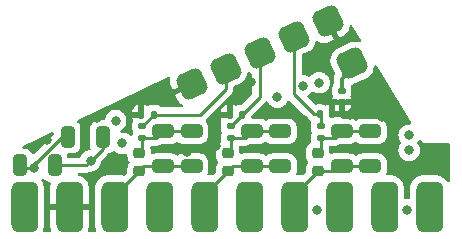
<source format=gbr>
%TF.GenerationSoftware,KiCad,Pcbnew,6.0.11-2627ca5db0~126~ubuntu20.04.1*%
%TF.CreationDate,2023-08-10T10:55:20+02:00*%
%TF.ProjectId,ScartPCB,53636172-7450-4434-922e-6b696361645f,2.0*%
%TF.SameCoordinates,PX76bb820PY7641700*%
%TF.FileFunction,Copper,L1,Top*%
%TF.FilePolarity,Positive*%
%FSLAX46Y46*%
G04 Gerber Fmt 4.6, Leading zero omitted, Abs format (unit mm)*
G04 Created by KiCad (PCBNEW 6.0.11-2627ca5db0~126~ubuntu20.04.1) date 2023-08-10 10:55:20*
%MOMM*%
%LPD*%
G01*
G04 APERTURE LIST*
G04 Aperture macros list*
%AMRoundRect*
0 Rectangle with rounded corners*
0 $1 Rounding radius*
0 $2 $3 $4 $5 $6 $7 $8 $9 X,Y pos of 4 corners*
0 Add a 4 corners polygon primitive as box body*
4,1,4,$2,$3,$4,$5,$6,$7,$8,$9,$2,$3,0*
0 Add four circle primitives for the rounded corners*
1,1,$1+$1,$2,$3*
1,1,$1+$1,$4,$5*
1,1,$1+$1,$6,$7*
1,1,$1+$1,$8,$9*
0 Add four rect primitives between the rounded corners*
20,1,$1+$1,$2,$3,$4,$5,0*
20,1,$1+$1,$4,$5,$6,$7,0*
20,1,$1+$1,$6,$7,$8,$9,0*
20,1,$1+$1,$8,$9,$2,$3,0*%
G04 Aperture macros list end*
%TA.AperFunction,SMDPad,CuDef*%
%ADD10RoundRect,0.250000X-0.650000X0.325000X-0.650000X-0.325000X0.650000X-0.325000X0.650000X0.325000X0*%
%TD*%
%TA.AperFunction,SMDPad,CuDef*%
%ADD11RoundRect,0.135000X-0.185000X0.135000X-0.185000X-0.135000X0.185000X-0.135000X0.185000X0.135000X0*%
%TD*%
%TA.AperFunction,SMDPad,CuDef*%
%ADD12RoundRect,0.225000X-0.250000X0.225000X-0.250000X-0.225000X0.250000X-0.225000X0.250000X0.225000X0*%
%TD*%
%TA.AperFunction,SMDPad,CuDef*%
%ADD13RoundRect,0.135000X0.135000X0.185000X-0.135000X0.185000X-0.135000X-0.185000X0.135000X-0.185000X0*%
%TD*%
%TA.AperFunction,SMDPad,CuDef*%
%ADD14RoundRect,0.135000X-0.135000X-0.185000X0.135000X-0.185000X0.135000X0.185000X-0.135000X0.185000X0*%
%TD*%
%TA.AperFunction,SMDPad,CuDef*%
%ADD15RoundRect,0.250000X-0.325000X-0.650000X0.325000X-0.650000X0.325000X0.650000X-0.325000X0.650000X0*%
%TD*%
%TA.AperFunction,SMDPad,CuDef*%
%ADD16RoundRect,0.571500X-0.276429X-0.759481X0.759481X-0.276429X0.276429X0.759481X-0.759481X0.276429X0*%
%TD*%
%TA.AperFunction,SMDPad,CuDef*%
%ADD17RoundRect,0.140000X-0.170000X0.140000X-0.170000X-0.140000X0.170000X-0.140000X0.170000X0.140000X0*%
%TD*%
%TA.AperFunction,SMDPad,CuDef*%
%ADD18RoundRect,0.571500X-0.571500X-1.562000X0.571500X-1.562000X0.571500X1.562000X-0.571500X1.562000X0*%
%TD*%
%TA.AperFunction,ViaPad*%
%ADD19C,0.800000*%
%TD*%
%TA.AperFunction,Conductor*%
%ADD20C,0.250000*%
%TD*%
%TA.AperFunction,Conductor*%
%ADD21C,0.350000*%
%TD*%
G04 APERTURE END LIST*
D10*
%TO.P,CB2,1*%
%TO.N,Net-(CB1-Pad1)*%
X32210000Y9016000D03*
%TO.P,CB2,2*%
%TO.N,BLUE*%
X32210000Y6066000D03*
%TD*%
D11*
%TO.P,RR1,1*%
%TO.N,R*%
X12906000Y9448000D03*
%TO.P,RR1,2*%
%TO.N,Net-(CR1-Pad1)*%
X12906000Y8428000D03*
%TD*%
D12*
%TO.P,CR3,1*%
%TO.N,Net-(CR1-Pad1)*%
X12652000Y7173000D03*
%TO.P,CR3,2*%
%TO.N,RED*%
X12652000Y5623000D03*
%TD*%
D13*
%TO.P,RG2,1*%
%TO.N,G*%
X21374200Y10436600D03*
%TO.P,RG2,2*%
%TO.N,GND*%
X20354200Y10436600D03*
%TD*%
D14*
%TO.P,RB2,1*%
%TO.N,B*%
X27948800Y10462000D03*
%TO.P,RB2,2*%
%TO.N,GND*%
X28968800Y10462000D03*
%TD*%
D10*
%TO.P,CG2,1*%
%TO.N,Net-(CG1-Pad1)*%
X22177000Y9016000D03*
%TO.P,CG2,2*%
%TO.N,GREEN*%
X22177000Y6066000D03*
%TD*%
%TO.P,CR1,1*%
%TO.N,Net-(CR1-Pad1)*%
X17097000Y9016000D03*
%TO.P,CR1,2*%
%TO.N,RED*%
X17097000Y6066000D03*
%TD*%
D13*
%TO.P,RR2,1*%
%TO.N,R*%
X13881200Y10436600D03*
%TO.P,RR2,2*%
%TO.N,GND*%
X12861200Y10436600D03*
%TD*%
D11*
%TO.P,RB1,1*%
%TO.N,B*%
X28019000Y9448000D03*
%TO.P,RB1,2*%
%TO.N,Net-(CB1-Pad1)*%
X28019000Y8428000D03*
%TD*%
D10*
%TO.P,CR2,1*%
%TO.N,Net-(CR1-Pad1)*%
X14684000Y9016000D03*
%TO.P,CR2,2*%
%TO.N,RED*%
X14684000Y6066000D03*
%TD*%
D11*
%TO.P,RG1,1*%
%TO.N,G*%
X20399000Y9448000D03*
%TO.P,RG1,2*%
%TO.N,Net-(CG1-Pad1)*%
X20399000Y8428000D03*
%TD*%
D10*
%TO.P,CG1,1*%
%TO.N,Net-(CG1-Pad1)*%
X24590000Y9016000D03*
%TO.P,CG1,2*%
%TO.N,GREEN*%
X24590000Y6066000D03*
%TD*%
D12*
%TO.P,CB3,1*%
%TO.N,Net-(CB1-Pad1)*%
X27765000Y7173000D03*
%TO.P,CB3,2*%
%TO.N,BLUE*%
X27765000Y5623000D03*
%TD*%
D15*
%TO.P,CC2,1*%
%TO.N,Net-(CC1-Pad1)*%
X2549000Y6144000D03*
%TO.P,CC2,2*%
%TO.N,Net-(CC1-Pad2)*%
X5499000Y6144000D03*
%TD*%
D16*
%TO.P,JI12,1,Pin_1*%
%TO.N,GND*%
X17105000Y13002000D03*
%TD*%
D10*
%TO.P,CB1,1*%
%TO.N,Net-(CB1-Pad1)*%
X29797000Y9016000D03*
%TO.P,CB1,2*%
%TO.N,BLUE*%
X29797000Y6066000D03*
%TD*%
D16*
%TO.P,JI2,1,Pin_1*%
%TO.N,G*%
X22872898Y15669000D03*
%TD*%
D17*
%TO.P,C0,1*%
%TO.N,+5V*%
X29805000Y12466000D03*
%TO.P,C0,2*%
%TO.N,GND*%
X29805000Y11506000D03*
%TD*%
D12*
%TO.P,CG3,1*%
%TO.N,Net-(CG1-Pad1)*%
X20145000Y7173000D03*
%TO.P,CG3,2*%
%TO.N,GREEN*%
X20145000Y5623000D03*
%TD*%
D15*
%TO.P,CC1,1*%
%TO.N,Net-(CC1-Pad1)*%
X6613000Y8557000D03*
%TO.P,CC1,2*%
%TO.N,Net-(CC1-Pad2)*%
X9563000Y8557000D03*
%TD*%
D16*
%TO.P,JI5,1,Pin_1*%
%TO.N,+5V*%
X30694000Y14780000D03*
%TD*%
%TO.P,JI1,1,Pin_1*%
%TO.N,R*%
X19988949Y14335500D03*
%TD*%
%TO.P,JI9,1,Pin_1*%
%TO.N,GND*%
X28662000Y18336000D03*
%TD*%
%TO.P,JI3,1,Pin_1*%
%TO.N,B*%
X25756847Y17002500D03*
%TD*%
D18*
%TO.P,J1,1,Pin_1*%
%TO.N,unconnected-(J1-Pad1)*%
X37247500Y2642500D03*
%TO.P,J1,3,Pin_3*%
%TO.N,unconnected-(J1-Pad3)*%
X33437500Y2642500D03*
%TO.P,J1,5,Pin_5*%
%TO.N,unconnected-(J1-Pad5)*%
X29627500Y2642500D03*
%TO.P,J1,7,Pin_7*%
%TO.N,BLUE*%
X25817500Y2642500D03*
%TO.P,J1,9,Pin_9*%
%TO.N,unconnected-(J1-Pad9)*%
X22007500Y2642500D03*
%TO.P,J1,11,Pin_11*%
%TO.N,GREEN*%
X18197500Y2642500D03*
%TO.P,J1,13,Pin_13*%
%TO.N,unconnected-(J1-Pad13)*%
X14387500Y2642500D03*
%TO.P,J1,15,Pin_15*%
%TO.N,RED*%
X10577500Y2642500D03*
%TO.P,J1,17,Pin_17*%
%TO.N,GND*%
X6767500Y2642500D03*
%TO.P,J1,19,Pin_19*%
%TO.N,unconnected-(J1-Pad19)*%
X2957500Y2642500D03*
%TD*%
D19*
%TO.N,GND*%
X9129400Y10182600D03*
X30490800Y10436600D03*
X6868800Y2308600D03*
X32472000Y12494000D03*
X14742800Y12290800D03*
X30592400Y17066000D03*
X4841014Y8298785D03*
X28154000Y18590000D03*
X16673200Y7240500D03*
X30490800Y7515600D03*
X17740000Y12748000D03*
X6868800Y4112000D03*
X9967600Y5788400D03*
X33234000Y10208000D03*
X29170000Y18082000D03*
X22148398Y13179800D03*
X23378800Y7541000D03*
X16470000Y13256000D03*
X6132200Y1419600D03*
X6132200Y3248400D03*
X26630000Y9954000D03*
X19179206Y7807194D03*
X37806000Y7160000D03*
X34199200Y5813800D03*
X12177400Y11655800D03*
X28458800Y15999200D03*
X37044000Y6398000D03*
%TO.N,+5V*%
X29957400Y15059400D03*
X11237600Y7998200D03*
X30440000Y14094200D03*
X35520000Y7414000D03*
X31379800Y14551400D03*
X24366073Y11911398D03*
X30973400Y15491200D03*
X10678800Y9928600D03*
X35520000Y8684000D03*
%TO.N,AL*%
X27722200Y2359400D03*
X26503000Y12875000D03*
%TO.N,AR*%
X35342200Y2359400D03*
X27900000Y13129000D03*
%TO.N,Net-(CC1-Pad1)*%
X3740767Y5902100D03*
%TO.N,Net-(CC1-Pad2)*%
X8545200Y6523698D03*
%TD*%
D20*
%TO.N,GND*%
X20399000Y10391800D02*
X20354200Y10436600D01*
D21*
%TO.N,+5V*%
X29805000Y13459200D02*
X30440000Y14094200D01*
X29805000Y12466000D02*
X29805000Y13459200D01*
D20*
%TO.N,BLUE*%
X29354000Y5623000D02*
X29797000Y6066000D01*
X27765000Y5623000D02*
X29354000Y5623000D01*
X29797000Y6066000D02*
X32210000Y6066000D01*
X26317500Y4175500D02*
X27765000Y5623000D01*
%TO.N,GREEN*%
X22177000Y6066000D02*
X20588000Y6066000D01*
X24590000Y6066000D02*
X22177000Y6066000D01*
X20588000Y6066000D02*
X20145000Y5623000D01*
X18697500Y4175500D02*
X20145000Y5623000D01*
%TO.N,RED*%
X13095000Y6066000D02*
X14684000Y6066000D01*
X12652000Y5623000D02*
X13095000Y6066000D01*
X11077500Y4048500D02*
X12652000Y5623000D01*
X17097000Y6066000D02*
X14684000Y6066000D01*
%TO.N,Net-(CB1-Pad1)*%
X28019000Y7427000D02*
X27765000Y7173000D01*
X29797000Y9016000D02*
X32210000Y9016000D01*
X28019000Y8428000D02*
X29209000Y8428000D01*
X28019000Y8428000D02*
X28019000Y7427000D01*
X29209000Y8428000D02*
X29797000Y9016000D01*
%TO.N,R*%
X12906000Y9461400D02*
X13881200Y10436600D01*
X17841600Y10436600D02*
X13881200Y10436600D01*
X19988949Y12583949D02*
X17841600Y10436600D01*
X12906000Y9448000D02*
X12906000Y9461400D01*
X19988949Y14335500D02*
X19988949Y12583949D01*
%TO.N,Net-(CG1-Pad1)*%
X20399000Y7427000D02*
X20145000Y7173000D01*
X20399000Y8428000D02*
X21589000Y8428000D01*
X20399000Y8428000D02*
X20399000Y7427000D01*
X24590000Y9016000D02*
X22177000Y9016000D01*
X21589000Y8428000D02*
X22177000Y9016000D01*
%TO.N,B*%
X27468200Y10462000D02*
X25778000Y12152200D01*
X28019000Y9448000D02*
X28019000Y10391800D01*
X28019000Y10391800D02*
X27948800Y10462000D01*
X25778000Y16981347D02*
X25756847Y17002500D01*
X25778000Y12152200D02*
X25778000Y16981347D01*
X27948800Y10462000D02*
X27468200Y10462000D01*
%TO.N,G*%
X22872898Y15669000D02*
X22872898Y11935298D01*
X20399000Y9461400D02*
X21374200Y10436600D01*
X20399000Y9448000D02*
X20399000Y9461400D01*
X22872898Y11935298D02*
X21374200Y10436600D01*
%TO.N,Net-(CR1-Pad1)*%
X12906000Y7427000D02*
X12652000Y7173000D01*
X12906000Y8428000D02*
X12906000Y7427000D01*
X12906000Y8428000D02*
X14096000Y8428000D01*
X14684000Y9016000D02*
X17097000Y9016000D01*
X14096000Y8428000D02*
X14684000Y9016000D01*
%TO.N,Net-(CC1-Pad1)*%
X3711534Y6144000D02*
X6124534Y8557000D01*
X3740767Y5902100D02*
X2790900Y5902100D01*
X3740767Y5902100D02*
X3740767Y6173233D01*
X2790900Y5902100D02*
X2549000Y6144000D01*
X3740767Y6173233D02*
X6124534Y8557000D01*
X6124534Y8557000D02*
X6613000Y8557000D01*
%TO.N,Net-(CC1-Pad2)*%
X9563000Y8557000D02*
X9563000Y7541498D01*
X5499000Y6144000D02*
X8165502Y6144000D01*
X8165502Y6144000D02*
X8545200Y6523698D01*
X9563000Y7541498D02*
X8545200Y6523698D01*
%TD*%
%TA.AperFunction,Conductor*%
%TO.N,GND*%
G36*
X10545486Y7387720D02*
G01*
X10595191Y7353936D01*
X10626347Y7319334D01*
X10696523Y7268348D01*
X10772524Y7213130D01*
X10780848Y7207082D01*
X10786876Y7204398D01*
X10786878Y7204397D01*
X10945117Y7133945D01*
X10955312Y7129406D01*
X11032411Y7113018D01*
X11135656Y7091072D01*
X11135661Y7091072D01*
X11142113Y7089700D01*
X11333087Y7089700D01*
X11339539Y7091072D01*
X11339544Y7091072D01*
X11516303Y7128644D01*
X11587094Y7123242D01*
X11643726Y7080425D01*
X11668220Y7013788D01*
X11668500Y7005397D01*
X11668500Y6899268D01*
X11679113Y6796981D01*
X11681295Y6790441D01*
X11698109Y6740045D01*
X11733244Y6634732D01*
X11737096Y6628508D01*
X11737096Y6628507D01*
X11792099Y6539624D01*
X11823248Y6489287D01*
X11828430Y6484114D01*
X11832975Y6478380D01*
X11831055Y6476858D01*
X11859545Y6424794D01*
X11854544Y6353974D01*
X11831118Y6317448D01*
X11832157Y6316628D01*
X11827619Y6310882D01*
X11822448Y6305702D01*
X11732698Y6160101D01*
X11678851Y5997757D01*
X11678151Y5990920D01*
X11678150Y5990918D01*
X11677221Y5981846D01*
X11668500Y5896732D01*
X11668500Y5587595D01*
X11648498Y5519474D01*
X11631595Y5498500D01*
X11438989Y5305894D01*
X11376677Y5271868D01*
X11323160Y5271858D01*
X11308384Y5275066D01*
X11282218Y5280748D01*
X11282212Y5280749D01*
X11277458Y5281781D01*
X11272596Y5282070D01*
X11272595Y5282070D01*
X11233549Y5284390D01*
X11233540Y5284390D01*
X11231693Y5284500D01*
X10593154Y5284500D01*
X9923308Y5284499D01*
X9921370Y5284379D01*
X9921362Y5284379D01*
X9894120Y5282695D01*
X9875662Y5281555D01*
X9783466Y5261369D01*
X9680609Y5238849D01*
X9674347Y5237478D01*
X9484999Y5156127D01*
X9314450Y5040440D01*
X9310214Y5036197D01*
X9310212Y5036195D01*
X9271061Y4996975D01*
X9168854Y4894590D01*
X9053465Y4723839D01*
X8972445Y4534349D01*
X8928719Y4332958D01*
X8928430Y4328093D01*
X8926116Y4289138D01*
X8926000Y4287193D01*
X8926001Y997808D01*
X8928945Y950162D01*
X8973022Y748847D01*
X8975387Y743343D01*
X8975388Y743339D01*
X9000780Y684237D01*
X9009292Y613753D01*
X8978346Y549856D01*
X8917768Y512832D01*
X8885012Y508500D01*
X8459382Y508500D01*
X8391261Y528502D01*
X8344768Y582158D01*
X8334664Y652432D01*
X8343527Y684035D01*
X8369720Y745295D01*
X8373349Y756667D01*
X8414748Y947340D01*
X8416071Y956967D01*
X8418390Y995995D01*
X8418500Y999710D01*
X8418500Y2370385D01*
X8414025Y2385624D01*
X8412635Y2386829D01*
X8404952Y2388500D01*
X5134616Y2388500D01*
X5119377Y2384025D01*
X5118172Y2382635D01*
X5116501Y2374952D01*
X5116501Y999801D01*
X5116621Y995907D01*
X5119145Y955063D01*
X5120481Y945484D01*
X5162219Y754856D01*
X5165867Y743492D01*
X5191325Y684239D01*
X5199838Y613754D01*
X5168893Y549857D01*
X5108315Y512833D01*
X5075558Y508500D01*
X4649927Y508500D01*
X4581806Y528502D01*
X4535313Y582158D01*
X4525209Y652432D01*
X4534072Y684035D01*
X4560200Y745143D01*
X4562555Y750651D01*
X4606281Y952042D01*
X4606873Y962007D01*
X4608890Y995951D01*
X4608890Y995960D01*
X4609000Y997807D01*
X4608999Y4287192D01*
X4606055Y4334838D01*
X4561978Y4536153D01*
X4506166Y4666059D01*
X4482994Y4719992D01*
X4482993Y4719993D01*
X4480627Y4725501D01*
X4454508Y4764007D01*
X4404947Y4837071D01*
X4383260Y4904674D01*
X4401565Y4973270D01*
X4454050Y5021081D01*
X4524051Y5032926D01*
X4589344Y5005045D01*
X4598234Y4996979D01*
X4700697Y4894695D01*
X4851262Y4801885D01*
X4899302Y4785951D01*
X5012611Y4748368D01*
X5012613Y4748368D01*
X5019139Y4746203D01*
X5025975Y4745503D01*
X5025978Y4745502D01*
X5073411Y4740642D01*
X5139138Y4713800D01*
X5179919Y4655685D01*
X5182807Y4584747D01*
X5176421Y4565763D01*
X5165283Y4539714D01*
X5161651Y4528333D01*
X5120252Y4337660D01*
X5118929Y4328033D01*
X5116610Y4289005D01*
X5116500Y4285290D01*
X5116500Y2914615D01*
X5120975Y2899376D01*
X5122365Y2898171D01*
X5130048Y2896500D01*
X8400384Y2896500D01*
X8415623Y2900975D01*
X8416828Y2902365D01*
X8418499Y2910048D01*
X8418499Y4285198D01*
X8418379Y4289093D01*
X8415855Y4329937D01*
X8414519Y4339516D01*
X8372781Y4530144D01*
X8369134Y4541503D01*
X8292552Y4719752D01*
X8286821Y4730220D01*
X8177916Y4890770D01*
X8170310Y4899963D01*
X8033010Y5037024D01*
X8023806Y5044611D01*
X7863071Y5153234D01*
X7852576Y5158955D01*
X7674214Y5235217D01*
X7662833Y5238849D01*
X7559112Y5261369D01*
X7496786Y5295369D01*
X7462736Y5357668D01*
X7467773Y5428486D01*
X7510297Y5485338D01*
X7576807Y5510175D01*
X7585846Y5510500D01*
X8086735Y5510500D01*
X8097918Y5509973D01*
X8105411Y5508298D01*
X8113337Y5508547D01*
X8113338Y5508547D01*
X8173488Y5510438D01*
X8177447Y5510500D01*
X8205358Y5510500D01*
X8209293Y5510997D01*
X8209358Y5511005D01*
X8221195Y5511938D01*
X8253453Y5512952D01*
X8257472Y5513078D01*
X8265391Y5513327D01*
X8284845Y5518979D01*
X8304202Y5522987D01*
X8316432Y5524532D01*
X8316433Y5524532D01*
X8324299Y5525526D01*
X8331670Y5528445D01*
X8331672Y5528445D01*
X8365414Y5541804D01*
X8376644Y5545649D01*
X8411485Y5555771D01*
X8411486Y5555771D01*
X8419095Y5557982D01*
X8425914Y5562015D01*
X8425919Y5562017D01*
X8436530Y5568293D01*
X8454278Y5576988D01*
X8473119Y5584448D01*
X8482323Y5591135D01*
X8484515Y5591847D01*
X8486481Y5592928D01*
X8486687Y5592553D01*
X8556383Y5615198D01*
X8640687Y5615198D01*
X8647139Y5616570D01*
X8647144Y5616570D01*
X8734087Y5635051D01*
X8827488Y5654904D01*
X8833519Y5657589D01*
X8995922Y5729895D01*
X8995924Y5729896D01*
X9001952Y5732580D01*
X9156453Y5844832D01*
X9203184Y5896732D01*
X9279821Y5981846D01*
X9279822Y5981847D01*
X9284240Y5986754D01*
X9379727Y6152142D01*
X9438742Y6333770D01*
X9456107Y6498992D01*
X9483120Y6564648D01*
X9492322Y6574916D01*
X9955247Y7037841D01*
X9963537Y7045385D01*
X9970018Y7049498D01*
X9977746Y7057727D01*
X10016658Y7099165D01*
X10019413Y7102007D01*
X10039135Y7121729D01*
X10041612Y7124922D01*
X10049319Y7133945D01*
X10064796Y7150426D01*
X10116768Y7183695D01*
X10204993Y7213130D01*
X10204995Y7213131D01*
X10211946Y7215450D01*
X10362348Y7308522D01*
X10412382Y7358644D01*
X10474666Y7392723D01*
X10545486Y7387720D01*
G37*
%TD.AperFunction*%
%TA.AperFunction,Conductor*%
G36*
X28805666Y18601978D02*
G01*
X28838107Y18559352D01*
X29582289Y16963450D01*
X29592785Y16951530D01*
X29594556Y16951025D01*
X29602221Y16952756D01*
X29950841Y17115321D01*
X29954309Y17117070D01*
X29990271Y17136625D01*
X29998374Y17141876D01*
X30153504Y17260267D01*
X30162270Y17268384D01*
X30291446Y17413113D01*
X30298511Y17422730D01*
X30397994Y17589285D01*
X30403112Y17600065D01*
X30469304Y17782420D01*
X30472294Y17793981D01*
X30493026Y17924143D01*
X30523494Y17988270D01*
X30583795Y18025744D01*
X30654783Y18024668D01*
X30713921Y17985384D01*
X30725501Y17969151D01*
X31457059Y16749889D01*
X31474955Y16681184D01*
X31452866Y16613712D01*
X31397805Y16568892D01*
X31327254Y16560955D01*
X31306031Y16566621D01*
X31242069Y16589838D01*
X31178229Y16600006D01*
X31044474Y16621310D01*
X31044470Y16621310D01*
X31038551Y16622253D01*
X30941825Y16619129D01*
X30838572Y16615794D01*
X30838569Y16615794D01*
X30832574Y16615600D01*
X30826724Y16614276D01*
X30826722Y16614276D01*
X30636322Y16571193D01*
X30636320Y16571192D01*
X30631572Y16570118D01*
X30627046Y16568326D01*
X30590672Y16553925D01*
X30590654Y16553917D01*
X30588946Y16553241D01*
X29403147Y16000293D01*
X29401445Y15999368D01*
X29401438Y15999364D01*
X29383050Y15989365D01*
X29361209Y15977489D01*
X29197384Y15852462D01*
X29193395Y15847992D01*
X29193390Y15847988D01*
X29064150Y15703185D01*
X29060157Y15698711D01*
X28954478Y15521786D01*
X28952433Y15516152D01*
X28952432Y15516150D01*
X28887209Y15336462D01*
X28884162Y15328069D01*
X28883220Y15322154D01*
X28871111Y15246125D01*
X28851747Y15124551D01*
X28858400Y14918574D01*
X28903882Y14717572D01*
X28905674Y14713046D01*
X28920075Y14676672D01*
X28920083Y14676654D01*
X28920759Y14674946D01*
X29174859Y14130028D01*
X29249393Y13970190D01*
X29260054Y13899998D01*
X29234353Y13839195D01*
X29216065Y13815872D01*
X29212940Y13808950D01*
X29210329Y13804639D01*
X29204958Y13795224D01*
X29202573Y13790776D01*
X29198205Y13784561D01*
X29195446Y13777484D01*
X29175858Y13727243D01*
X29173306Y13721171D01*
X29147986Y13665095D01*
X29146600Y13657618D01*
X29145090Y13652798D01*
X29142118Y13642365D01*
X29140870Y13637504D01*
X29138111Y13630428D01*
X29130180Y13570180D01*
X29130082Y13569438D01*
X29129050Y13562922D01*
X29117839Y13502433D01*
X29118276Y13494853D01*
X29118276Y13494852D01*
X29121291Y13442558D01*
X29121500Y13435306D01*
X29121500Y13046152D01*
X29103954Y12982013D01*
X29035106Y12865597D01*
X28989394Y12708254D01*
X28988890Y12701849D01*
X28988889Y12701844D01*
X28986693Y12673940D01*
X28986500Y12671484D01*
X28986500Y12260516D01*
X28989394Y12223746D01*
X29018084Y12124995D01*
X29031558Y12078617D01*
X29035106Y12066403D01*
X29039143Y12059577D01*
X29045015Y12049647D01*
X29062474Y11980830D01*
X29045016Y11921372D01*
X29039605Y11912222D01*
X29033357Y11897784D01*
X28998381Y11777395D01*
X28998421Y11763295D01*
X29005691Y11760000D01*
X29283621Y11760000D01*
X29347760Y11742454D01*
X29375403Y11726106D01*
X29383014Y11723895D01*
X29383016Y11723894D01*
X29391360Y11721470D01*
X29532746Y11680394D01*
X29539151Y11679890D01*
X29539156Y11679889D01*
X29567060Y11677693D01*
X29567068Y11677693D01*
X29569516Y11677500D01*
X30040484Y11677500D01*
X30042932Y11677693D01*
X30042940Y11677693D01*
X30070844Y11679889D01*
X30070849Y11679890D01*
X30077254Y11680394D01*
X30218640Y11721470D01*
X30226984Y11723894D01*
X30226986Y11723895D01*
X30234597Y11726106D01*
X30262240Y11742454D01*
X30326379Y11760000D01*
X30598558Y11760000D01*
X30612089Y11763973D01*
X30613224Y11771871D01*
X30576643Y11897784D01*
X30570395Y11912222D01*
X30564984Y11921372D01*
X30547526Y11990188D01*
X30564985Y12049647D01*
X30570857Y12059577D01*
X30574894Y12066403D01*
X30578443Y12078617D01*
X30591916Y12124995D01*
X30620606Y12223746D01*
X30623500Y12260516D01*
X30623500Y12671484D01*
X30623307Y12673940D01*
X30621111Y12701844D01*
X30621110Y12701849D01*
X30620606Y12708254D01*
X30589547Y12815161D01*
X30589750Y12886158D01*
X30628304Y12945774D01*
X30682736Y12973207D01*
X30751678Y12988807D01*
X30751680Y12988808D01*
X30756428Y12989882D01*
X30765157Y12993338D01*
X30797328Y13006075D01*
X30797346Y13006083D01*
X30799054Y13006759D01*
X31984853Y13559707D01*
X31986555Y13560632D01*
X31986562Y13560636D01*
X32022537Y13580198D01*
X32026791Y13582511D01*
X32190616Y13707538D01*
X32194605Y13712008D01*
X32194610Y13712012D01*
X32323850Y13856815D01*
X32323851Y13856816D01*
X32327843Y13861289D01*
X32433522Y14038214D01*
X32503838Y14231931D01*
X32536253Y14435449D01*
X32535088Y14471511D01*
X32534310Y14495615D01*
X32552103Y14564346D01*
X32604230Y14612546D01*
X32674141Y14624913D01*
X32739640Y14597520D01*
X32768288Y14564509D01*
X33017296Y14149495D01*
X35636996Y9783326D01*
X35654892Y9714622D01*
X35632803Y9647149D01*
X35577742Y9602330D01*
X35528952Y9592500D01*
X35424513Y9592500D01*
X35418061Y9591128D01*
X35418056Y9591128D01*
X35331113Y9572647D01*
X35237712Y9552794D01*
X35231682Y9550109D01*
X35231681Y9550109D01*
X35069278Y9477803D01*
X35069276Y9477802D01*
X35063248Y9475118D01*
X34908747Y9362866D01*
X34904326Y9357956D01*
X34904325Y9357955D01*
X34806883Y9249734D01*
X34780960Y9220944D01*
X34777659Y9215226D01*
X34689781Y9063017D01*
X34685473Y9055556D01*
X34626458Y8873928D01*
X34625768Y8867367D01*
X34625768Y8867365D01*
X34617847Y8792003D01*
X34606496Y8684000D01*
X34607186Y8677435D01*
X34622037Y8536139D01*
X34626458Y8494072D01*
X34685473Y8312444D01*
X34688776Y8306722D01*
X34688777Y8306721D01*
X34712157Y8266226D01*
X34780960Y8147056D01*
X34793338Y8133309D01*
X34824054Y8069303D01*
X34815290Y7998850D01*
X34793339Y7964693D01*
X34780960Y7950944D01*
X34765091Y7923458D01*
X34689366Y7792298D01*
X34685473Y7785556D01*
X34626458Y7603928D01*
X34625768Y7597367D01*
X34625768Y7597365D01*
X34612271Y7468949D01*
X34606496Y7414000D01*
X34607186Y7407435D01*
X34616921Y7314816D01*
X34626458Y7224072D01*
X34685473Y7042444D01*
X34688776Y7036722D01*
X34688777Y7036721D01*
X34716053Y6989478D01*
X34780960Y6877056D01*
X34785378Y6872149D01*
X34785379Y6872148D01*
X34904325Y6740045D01*
X34908747Y6735134D01*
X35063248Y6622882D01*
X35069276Y6620198D01*
X35069278Y6620197D01*
X35194044Y6564648D01*
X35237712Y6545206D01*
X35331113Y6525353D01*
X35418056Y6506872D01*
X35418061Y6506872D01*
X35424513Y6505500D01*
X35615487Y6505500D01*
X35621939Y6506872D01*
X35621944Y6506872D01*
X35708887Y6525353D01*
X35802288Y6545206D01*
X35845956Y6564648D01*
X35970722Y6620197D01*
X35970724Y6620198D01*
X35976752Y6622882D01*
X36131253Y6735134D01*
X36135675Y6740045D01*
X36254621Y6872148D01*
X36254622Y6872149D01*
X36259040Y6877056D01*
X36323947Y6989478D01*
X36351223Y7036721D01*
X36351224Y7036722D01*
X36354527Y7042444D01*
X36413542Y7224072D01*
X36423080Y7314816D01*
X36432814Y7407435D01*
X36433504Y7414000D01*
X36427729Y7468949D01*
X36414232Y7597365D01*
X36414232Y7597367D01*
X36413542Y7603928D01*
X36354527Y7785556D01*
X36350635Y7792298D01*
X36274909Y7923458D01*
X36259040Y7950944D01*
X36246662Y7964691D01*
X36215946Y8028697D01*
X36224710Y8099150D01*
X36246661Y8133307D01*
X36259040Y8147056D01*
X36327843Y8266226D01*
X36379226Y8315219D01*
X36448939Y8328655D01*
X36514850Y8302269D01*
X36543523Y8270463D01*
X36546196Y8266226D01*
X36567067Y8233147D01*
X36568546Y8230742D01*
X36580438Y8210923D01*
X36580442Y8210918D01*
X36582751Y8207069D01*
X36585469Y8203726D01*
X36588573Y8199062D01*
X36608776Y8167042D01*
X36615500Y8161104D01*
X36615507Y8161095D01*
X36624115Y8153493D01*
X36638462Y8138549D01*
X36651371Y8122673D01*
X36680009Y8102928D01*
X36691885Y8093643D01*
X36717951Y8070622D01*
X36736472Y8061926D01*
X36754442Y8051606D01*
X36771287Y8039992D01*
X36796709Y8031591D01*
X36804313Y8029078D01*
X36818318Y8023500D01*
X36849800Y8008719D01*
X36858668Y8007338D01*
X36858669Y8007338D01*
X36870011Y8005572D01*
X36890159Y8000709D01*
X36901061Y7997107D01*
X36901062Y7997107D01*
X36909589Y7994289D01*
X36931139Y7993542D01*
X36944338Y7993084D01*
X36950705Y7992481D01*
X36950716Y7992625D01*
X36955581Y7992248D01*
X36960386Y7991500D01*
X36987823Y7991500D01*
X36992191Y7991424D01*
X37046183Y7989551D01*
X37046185Y7989551D01*
X37055159Y7989240D01*
X37062145Y7991023D01*
X37071015Y7991500D01*
X38865500Y7991500D01*
X38933621Y7971498D01*
X38980114Y7917842D01*
X38991500Y7865500D01*
X38991500Y4810091D01*
X38971498Y4741970D01*
X38917842Y4695477D01*
X38847568Y4685373D01*
X38782988Y4714867D01*
X38761226Y4739360D01*
X38760357Y4740642D01*
X38654940Y4896050D01*
X38631641Y4919309D01*
X38557971Y4992850D01*
X38509090Y5041646D01*
X38504123Y5045003D01*
X38504120Y5045005D01*
X38420915Y5101233D01*
X38338339Y5157035D01*
X38322452Y5163828D01*
X38179892Y5224782D01*
X38148849Y5238055D01*
X37993115Y5271868D01*
X37952221Y5280747D01*
X37952219Y5280747D01*
X37947458Y5281781D01*
X37937493Y5282373D01*
X37903549Y5284390D01*
X37903540Y5284390D01*
X37901693Y5284500D01*
X37263154Y5284500D01*
X36593308Y5284499D01*
X36591370Y5284379D01*
X36591362Y5284379D01*
X36564120Y5282695D01*
X36545662Y5281555D01*
X36453466Y5261369D01*
X36350609Y5238849D01*
X36344347Y5237478D01*
X36154999Y5156127D01*
X35984450Y5040440D01*
X35980214Y5036197D01*
X35980212Y5036195D01*
X35941061Y4996975D01*
X35838854Y4894590D01*
X35723465Y4723839D01*
X35642445Y4534349D01*
X35598719Y4332958D01*
X35598430Y4328093D01*
X35596116Y4289138D01*
X35596000Y4287193D01*
X35596000Y3389847D01*
X35575998Y3321726D01*
X35522342Y3275233D01*
X35452068Y3265129D01*
X35444306Y3266511D01*
X35444139Y3266529D01*
X35437687Y3267900D01*
X35246713Y3267900D01*
X35240256Y3266528D01*
X35233685Y3265837D01*
X35233530Y3267314D01*
X35170412Y3272127D01*
X35113777Y3314940D01*
X35089279Y3381576D01*
X35088999Y3389974D01*
X35088999Y4287192D01*
X35086055Y4334838D01*
X35041978Y4536153D01*
X34986166Y4666059D01*
X34962994Y4719992D01*
X34962993Y4719993D01*
X34960627Y4725501D01*
X34844940Y4896050D01*
X34821641Y4919309D01*
X34747971Y4992850D01*
X34699090Y5041646D01*
X34694123Y5045003D01*
X34694120Y5045005D01*
X34610915Y5101233D01*
X34528339Y5157035D01*
X34512452Y5163828D01*
X34369892Y5224782D01*
X34338849Y5238055D01*
X34183115Y5271868D01*
X34142221Y5280747D01*
X34142219Y5280747D01*
X34137458Y5281781D01*
X34127493Y5282373D01*
X34093549Y5284390D01*
X34093540Y5284390D01*
X34091693Y5284500D01*
X33682290Y5284500D01*
X33614169Y5304502D01*
X33567676Y5358158D01*
X33557572Y5428432D01*
X33562697Y5450167D01*
X33578729Y5498500D01*
X33607797Y5586139D01*
X33610775Y5615198D01*
X33614702Y5653532D01*
X33618500Y5690600D01*
X33618500Y6441400D01*
X33614663Y6478380D01*
X33608238Y6540308D01*
X33608237Y6540312D01*
X33607526Y6547166D01*
X33580389Y6628507D01*
X33553868Y6707998D01*
X33551550Y6714946D01*
X33458478Y6865348D01*
X33427755Y6896018D01*
X33338483Y6985134D01*
X33333303Y6990305D01*
X33326126Y6994729D01*
X33188968Y7079275D01*
X33188966Y7079276D01*
X33182738Y7083115D01*
X33045472Y7128644D01*
X33021389Y7136632D01*
X33021387Y7136632D01*
X33014861Y7138797D01*
X33008025Y7139497D01*
X33008022Y7139498D01*
X32959727Y7144446D01*
X32910400Y7149500D01*
X31509600Y7149500D01*
X31506354Y7149163D01*
X31506350Y7149163D01*
X31410692Y7139238D01*
X31410688Y7139237D01*
X31403834Y7138526D01*
X31397298Y7136345D01*
X31397296Y7136345D01*
X31290135Y7100593D01*
X31236054Y7082550D01*
X31085652Y6989478D01*
X31081320Y6985138D01*
X31015961Y6958685D01*
X30946197Y6971857D01*
X30925455Y6985162D01*
X30920303Y6990305D01*
X30798234Y7065550D01*
X30775968Y7079275D01*
X30775966Y7079276D01*
X30769738Y7083115D01*
X30632472Y7128644D01*
X30608389Y7136632D01*
X30608387Y7136632D01*
X30601861Y7138797D01*
X30595025Y7139497D01*
X30595022Y7139498D01*
X30546727Y7144446D01*
X30497400Y7149500D01*
X29096600Y7149500D01*
X29093354Y7149163D01*
X29093350Y7149163D01*
X28997692Y7139238D01*
X28997688Y7139237D01*
X28990834Y7138526D01*
X28984300Y7136346D01*
X28984295Y7136345D01*
X28914376Y7113018D01*
X28843426Y7110434D01*
X28782342Y7146618D01*
X28750518Y7210082D01*
X28748500Y7232542D01*
X28748500Y7446732D01*
X28737887Y7549019D01*
X28711328Y7628626D01*
X28708744Y7699573D01*
X28744927Y7760657D01*
X28808392Y7792482D01*
X28830852Y7794500D01*
X29130233Y7794500D01*
X29141416Y7793973D01*
X29148909Y7792298D01*
X29156835Y7792547D01*
X29156836Y7792547D01*
X29216986Y7794438D01*
X29220945Y7794500D01*
X29248856Y7794500D01*
X29252791Y7794997D01*
X29252856Y7795005D01*
X29264693Y7795938D01*
X29296951Y7796952D01*
X29300970Y7797078D01*
X29308889Y7797327D01*
X29328343Y7802979D01*
X29347700Y7806987D01*
X29359930Y7808532D01*
X29359931Y7808532D01*
X29367797Y7809526D01*
X29375168Y7812445D01*
X29375170Y7812445D01*
X29408912Y7825804D01*
X29420142Y7829649D01*
X29454983Y7839771D01*
X29454984Y7839771D01*
X29462593Y7841982D01*
X29469412Y7846015D01*
X29469417Y7846017D01*
X29480028Y7852293D01*
X29497776Y7860988D01*
X29516617Y7868448D01*
X29552387Y7894436D01*
X29562307Y7900952D01*
X29585981Y7914953D01*
X29650121Y7932500D01*
X30497400Y7932500D01*
X30500646Y7932837D01*
X30500650Y7932837D01*
X30596308Y7942762D01*
X30596312Y7942763D01*
X30603166Y7943474D01*
X30609702Y7945655D01*
X30609704Y7945655D01*
X30750489Y7992625D01*
X30770946Y7999450D01*
X30921348Y8092522D01*
X30925680Y8096862D01*
X30991039Y8123315D01*
X31060803Y8110143D01*
X31081545Y8096838D01*
X31086697Y8091695D01*
X31134986Y8061929D01*
X31230090Y8003306D01*
X31237262Y7998885D01*
X31266341Y7989240D01*
X31398611Y7945368D01*
X31398613Y7945368D01*
X31405139Y7943203D01*
X31411975Y7942503D01*
X31411978Y7942502D01*
X31455031Y7938091D01*
X31509600Y7932500D01*
X32910400Y7932500D01*
X32913646Y7932837D01*
X32913650Y7932837D01*
X33009308Y7942762D01*
X33009312Y7942763D01*
X33016166Y7943474D01*
X33022702Y7945655D01*
X33022704Y7945655D01*
X33163489Y7992625D01*
X33183946Y7999450D01*
X33334348Y8092522D01*
X33364447Y8122673D01*
X33445803Y8204171D01*
X33459305Y8217697D01*
X33511436Y8302269D01*
X33548275Y8362032D01*
X33548276Y8362034D01*
X33552115Y8368262D01*
X33607797Y8536139D01*
X33618500Y8640600D01*
X33618500Y9391400D01*
X33617880Y9397374D01*
X33608238Y9490308D01*
X33608237Y9490312D01*
X33607526Y9497166D01*
X33589459Y9551321D01*
X33553868Y9657998D01*
X33551550Y9664946D01*
X33458478Y9815348D01*
X33333303Y9940305D01*
X33313771Y9952345D01*
X33188968Y10029275D01*
X33188966Y10029276D01*
X33182738Y10033115D01*
X33091124Y10063502D01*
X33021389Y10086632D01*
X33021387Y10086632D01*
X33014861Y10088797D01*
X33008025Y10089497D01*
X33008022Y10089498D01*
X32964969Y10093909D01*
X32910400Y10099500D01*
X31509600Y10099500D01*
X31506354Y10099163D01*
X31506350Y10099163D01*
X31410692Y10089238D01*
X31410688Y10089237D01*
X31403834Y10088526D01*
X31397298Y10086345D01*
X31397296Y10086345D01*
X31287030Y10049557D01*
X31236054Y10032550D01*
X31085652Y9939478D01*
X31081320Y9935138D01*
X31015961Y9908685D01*
X30946197Y9921857D01*
X30925455Y9935162D01*
X30920303Y9940305D01*
X30792582Y10019034D01*
X30775968Y10029275D01*
X30775966Y10029276D01*
X30769738Y10033115D01*
X30678124Y10063502D01*
X30608389Y10086632D01*
X30608387Y10086632D01*
X30601861Y10088797D01*
X30595025Y10089497D01*
X30595022Y10089498D01*
X30551969Y10093909D01*
X30497400Y10099500D01*
X29866340Y10099500D01*
X29798219Y10119502D01*
X29751726Y10173158D01*
X29743032Y10199596D01*
X29741890Y10205030D01*
X29730426Y10208000D01*
X28853300Y10208000D01*
X28785179Y10228002D01*
X28738686Y10281658D01*
X28727300Y10334000D01*
X28727299Y10709516D01*
X28727299Y10711988D01*
X28725558Y10734115D01*
X29222800Y10734115D01*
X29227275Y10718876D01*
X29228665Y10717671D01*
X29236348Y10716000D01*
X29532885Y10716000D01*
X29548124Y10720475D01*
X29549329Y10721865D01*
X29551000Y10729548D01*
X29551000Y10737576D01*
X30059000Y10737576D01*
X30063344Y10722781D01*
X30073775Y10720937D01*
X30083359Y10722688D01*
X30226784Y10764357D01*
X30241220Y10770604D01*
X30368499Y10845876D01*
X30380926Y10855516D01*
X30485484Y10960074D01*
X30495124Y10972501D01*
X30570396Y11099780D01*
X30576643Y11114216D01*
X30611619Y11234605D01*
X30611579Y11248705D01*
X30604309Y11252000D01*
X30077115Y11252000D01*
X30061876Y11247525D01*
X30060671Y11246135D01*
X30059000Y11238452D01*
X30059000Y10737576D01*
X29551000Y10737576D01*
X29551000Y11233885D01*
X29546525Y11249124D01*
X29545135Y11250329D01*
X29537452Y11252000D01*
X29240915Y11252000D01*
X29225676Y11247525D01*
X29224471Y11246135D01*
X29222800Y11238452D01*
X29222800Y10734115D01*
X28725558Y10734115D01*
X28724429Y10748466D01*
X28719813Y10764357D01*
X28719803Y10764390D01*
X28714800Y10799542D01*
X28714800Y11263900D01*
X28710827Y11277431D01*
X28702929Y11278566D01*
X28584017Y11244019D01*
X28569580Y11237771D01*
X28523430Y11210478D01*
X28454613Y11193018D01*
X28395154Y11210477D01*
X28341396Y11242269D01*
X28333785Y11244480D01*
X28333783Y11244481D01*
X28216461Y11278566D01*
X28185266Y11287629D01*
X28178859Y11288133D01*
X28178855Y11288134D01*
X28151244Y11290307D01*
X28151238Y11290307D01*
X28148789Y11290500D01*
X27948922Y11290500D01*
X27748812Y11290499D01*
X27712334Y11287629D01*
X27649170Y11269278D01*
X27578177Y11269480D01*
X27524924Y11301180D01*
X26937450Y11888654D01*
X26903424Y11950966D01*
X26908489Y12021781D01*
X26951036Y12078617D01*
X26957491Y12082876D01*
X26959752Y12083882D01*
X27114253Y12196134D01*
X27122738Y12205557D01*
X27242040Y12338056D01*
X27243216Y12336997D01*
X27293071Y12375444D01*
X27363807Y12381522D01*
X27412849Y12359968D01*
X27437907Y12341762D01*
X27437910Y12341760D01*
X27443248Y12337882D01*
X27449276Y12335198D01*
X27449278Y12335197D01*
X27611470Y12262985D01*
X27617712Y12260206D01*
X27711112Y12240353D01*
X27798056Y12221872D01*
X27798061Y12221872D01*
X27804513Y12220500D01*
X27995487Y12220500D01*
X28001939Y12221872D01*
X28001944Y12221872D01*
X28088887Y12240353D01*
X28182288Y12260206D01*
X28188530Y12262985D01*
X28350722Y12335197D01*
X28350724Y12335198D01*
X28356752Y12337882D01*
X28362349Y12341948D01*
X28498571Y12440920D01*
X28511253Y12450134D01*
X28559681Y12503919D01*
X28634621Y12587148D01*
X28634622Y12587149D01*
X28639040Y12592056D01*
X28710654Y12716094D01*
X28731223Y12751721D01*
X28731224Y12751722D01*
X28734527Y12757444D01*
X28793542Y12939072D01*
X28794247Y12945774D01*
X28812814Y13122435D01*
X28813504Y13129000D01*
X28793542Y13318928D01*
X28734527Y13500556D01*
X28639040Y13665944D01*
X28511253Y13807866D01*
X28381162Y13902383D01*
X28362094Y13916237D01*
X28362093Y13916238D01*
X28356752Y13920118D01*
X28350724Y13922802D01*
X28350722Y13922803D01*
X28188319Y13995109D01*
X28188318Y13995109D01*
X28182288Y13997794D01*
X28088887Y14017647D01*
X28001944Y14036128D01*
X28001939Y14036128D01*
X27995487Y14037500D01*
X27804513Y14037500D01*
X27798061Y14036128D01*
X27798056Y14036128D01*
X27711112Y14017647D01*
X27617712Y13997794D01*
X27611682Y13995109D01*
X27611681Y13995109D01*
X27449278Y13922803D01*
X27449276Y13922802D01*
X27443248Y13920118D01*
X27437907Y13916238D01*
X27437906Y13916237D01*
X27418838Y13902383D01*
X27288747Y13807866D01*
X27160960Y13665944D01*
X27159784Y13667003D01*
X27109929Y13628556D01*
X27039193Y13622478D01*
X26990151Y13644032D01*
X26965093Y13662238D01*
X26965090Y13662240D01*
X26959752Y13666118D01*
X26953724Y13668802D01*
X26953722Y13668803D01*
X26791319Y13741109D01*
X26791318Y13741109D01*
X26785288Y13743794D01*
X26691888Y13763647D01*
X26604944Y13782128D01*
X26604939Y13782128D01*
X26598487Y13783500D01*
X26537500Y13783500D01*
X26469379Y13803502D01*
X26422886Y13857158D01*
X26411500Y13909500D01*
X26411500Y15405271D01*
X26431502Y15473392D01*
X26484250Y15519466D01*
X26489225Y15521786D01*
X27047700Y15782207D01*
X27049402Y15783132D01*
X27049409Y15783136D01*
X27085384Y15802698D01*
X27089638Y15805011D01*
X27253463Y15930038D01*
X27257452Y15934508D01*
X27257457Y15934512D01*
X27386697Y16079315D01*
X27386698Y16079316D01*
X27390690Y16083789D01*
X27468853Y16214648D01*
X27493293Y16255564D01*
X27493294Y16255565D01*
X27496369Y16260714D01*
X27506204Y16287808D01*
X27564641Y16448799D01*
X27564642Y16448802D01*
X27566685Y16454431D01*
X27582532Y16553925D01*
X27588868Y16593705D01*
X27619336Y16657832D01*
X27679637Y16695306D01*
X27750626Y16694230D01*
X27777912Y16682059D01*
X27915285Y16600006D01*
X27926065Y16594888D01*
X28108420Y16528696D01*
X28119980Y16525706D01*
X28311558Y16495191D01*
X28323475Y16494442D01*
X28517364Y16500704D01*
X28529214Y16502222D01*
X28719520Y16545285D01*
X28728802Y16548154D01*
X28765145Y16562542D01*
X28768568Y16564016D01*
X29113122Y16724685D01*
X29125042Y16735181D01*
X29125547Y16736952D01*
X29123816Y16744617D01*
X28377703Y18344662D01*
X28367042Y18414854D01*
X28396022Y18479666D01*
X28438648Y18512107D01*
X28670662Y18620297D01*
X28740854Y18630958D01*
X28805666Y18601978D01*
G37*
%TD.AperFunction*%
%TA.AperFunction,Conductor*%
G36*
X21980800Y14015135D02*
G01*
X22008087Y14002962D01*
X22131112Y13929478D01*
X22136746Y13927433D01*
X22136748Y13927432D01*
X22156389Y13920303D01*
X22213597Y13878259D01*
X22238993Y13811960D01*
X22239398Y13801864D01*
X22239398Y12249892D01*
X22219396Y12181771D01*
X22202493Y12160797D01*
X21343700Y11302004D01*
X21281388Y11267978D01*
X21254605Y11265099D01*
X21174212Y11265099D01*
X21137734Y11262229D01*
X21055893Y11238452D01*
X20989217Y11219081D01*
X20989215Y11219080D01*
X20981604Y11216869D01*
X20927847Y11185077D01*
X20859034Y11167618D01*
X20799570Y11185078D01*
X20753420Y11212371D01*
X20738983Y11218619D01*
X20625595Y11251561D01*
X20611495Y11251521D01*
X20608200Y11244251D01*
X20608200Y10774142D01*
X20603197Y10738990D01*
X20600366Y10729247D01*
X20600365Y10729240D01*
X20598571Y10723066D01*
X20598067Y10716659D01*
X20598066Y10716655D01*
X20595893Y10689044D01*
X20595700Y10686589D01*
X20595700Y10606196D01*
X20575698Y10538075D01*
X20558796Y10517101D01*
X20305100Y10263404D01*
X20242787Y10229379D01*
X20216004Y10226499D01*
X20149012Y10226499D01*
X20112534Y10223629D01*
X20072545Y10212011D01*
X19988531Y10187603D01*
X19953378Y10182600D01*
X19594634Y10182600D01*
X19579839Y10178256D01*
X19577779Y10166597D01*
X19578563Y10156623D01*
X19580862Y10144036D01*
X19622181Y10001817D01*
X19628428Y9987382D01*
X19629053Y9986325D01*
X19629291Y9985388D01*
X19631577Y9980105D01*
X19630725Y9979736D01*
X19646512Y9917509D01*
X19629052Y9858048D01*
X19618731Y9840596D01*
X19616520Y9832985D01*
X19616519Y9832983D01*
X19601221Y9780326D01*
X19573371Y9684466D01*
X19572867Y9678059D01*
X19572866Y9678055D01*
X19571288Y9657998D01*
X19570500Y9647989D01*
X19570501Y9248012D01*
X19573371Y9211534D01*
X19618731Y9055404D01*
X19622767Y9048579D01*
X19622769Y9048575D01*
X19650231Y9002139D01*
X19667691Y8933323D01*
X19650231Y8873861D01*
X19622769Y8827425D01*
X19622767Y8827421D01*
X19618731Y8820596D01*
X19616520Y8812985D01*
X19616519Y8812983D01*
X19610424Y8792003D01*
X19573371Y8664466D01*
X19572867Y8658059D01*
X19572866Y8658055D01*
X19570693Y8630444D01*
X19570500Y8627989D01*
X19570501Y8228012D01*
X19573371Y8191534D01*
X19575168Y8185350D01*
X19578665Y8173313D01*
X19578464Y8102316D01*
X19539911Y8042699D01*
X19523973Y8031013D01*
X19436287Y7976752D01*
X19315448Y7855702D01*
X19311608Y7849472D01*
X19311607Y7849471D01*
X19251611Y7752139D01*
X19225698Y7710101D01*
X19171851Y7547757D01*
X19171151Y7540920D01*
X19171150Y7540918D01*
X19169441Y7524237D01*
X19161500Y7446732D01*
X19161500Y6899268D01*
X19172113Y6796981D01*
X19174295Y6790441D01*
X19191109Y6740045D01*
X19226244Y6634732D01*
X19230096Y6628508D01*
X19230096Y6628507D01*
X19285099Y6539624D01*
X19316248Y6489287D01*
X19321430Y6484114D01*
X19325975Y6478380D01*
X19324055Y6476858D01*
X19352545Y6424794D01*
X19347544Y6353974D01*
X19324118Y6317448D01*
X19325157Y6316628D01*
X19320619Y6310882D01*
X19315448Y6305702D01*
X19225698Y6160101D01*
X19171851Y5997757D01*
X19171151Y5990920D01*
X19171150Y5990918D01*
X19170221Y5981846D01*
X19161500Y5896732D01*
X19161500Y5587594D01*
X19141498Y5519473D01*
X19124595Y5498499D01*
X18947307Y5321211D01*
X18884995Y5287185D01*
X18854464Y5284362D01*
X18853566Y5284389D01*
X18851693Y5284500D01*
X18569290Y5284500D01*
X18501169Y5304502D01*
X18454676Y5358158D01*
X18444572Y5428432D01*
X18449697Y5450167D01*
X18465729Y5498500D01*
X18494797Y5586139D01*
X18497775Y5615198D01*
X18501702Y5653532D01*
X18505500Y5690600D01*
X18505500Y6441400D01*
X18501663Y6478380D01*
X18495238Y6540308D01*
X18495237Y6540312D01*
X18494526Y6547166D01*
X18467389Y6628507D01*
X18440868Y6707998D01*
X18438550Y6714946D01*
X18345478Y6865348D01*
X18314755Y6896018D01*
X18225483Y6985134D01*
X18220303Y6990305D01*
X18213126Y6994729D01*
X18075968Y7079275D01*
X18075966Y7079276D01*
X18069738Y7083115D01*
X17932472Y7128644D01*
X17908389Y7136632D01*
X17908387Y7136632D01*
X17901861Y7138797D01*
X17895025Y7139497D01*
X17895022Y7139498D01*
X17846727Y7144446D01*
X17797400Y7149500D01*
X16396600Y7149500D01*
X16393354Y7149163D01*
X16393350Y7149163D01*
X16297692Y7139238D01*
X16297688Y7139237D01*
X16290834Y7138526D01*
X16284298Y7136345D01*
X16284296Y7136345D01*
X16177135Y7100593D01*
X16123054Y7082550D01*
X15972652Y6989478D01*
X15968320Y6985138D01*
X15902961Y6958685D01*
X15833197Y6971857D01*
X15812455Y6985162D01*
X15807303Y6990305D01*
X15685234Y7065550D01*
X15662968Y7079275D01*
X15662966Y7079276D01*
X15656738Y7083115D01*
X15519472Y7128644D01*
X15495389Y7136632D01*
X15495387Y7136632D01*
X15488861Y7138797D01*
X15482025Y7139497D01*
X15482022Y7139498D01*
X15433727Y7144446D01*
X15384400Y7149500D01*
X13983600Y7149500D01*
X13980354Y7149163D01*
X13980350Y7149163D01*
X13884692Y7139238D01*
X13884688Y7139237D01*
X13877834Y7138526D01*
X13871300Y7136346D01*
X13871295Y7136345D01*
X13801376Y7113018D01*
X13730426Y7110434D01*
X13669342Y7146618D01*
X13637518Y7210082D01*
X13635500Y7232542D01*
X13635500Y7446732D01*
X13624887Y7549019D01*
X13598328Y7628626D01*
X13595744Y7699573D01*
X13631927Y7760657D01*
X13695392Y7792482D01*
X13717852Y7794500D01*
X14017233Y7794500D01*
X14028416Y7793973D01*
X14035909Y7792298D01*
X14043835Y7792547D01*
X14043836Y7792547D01*
X14103986Y7794438D01*
X14107945Y7794500D01*
X14135856Y7794500D01*
X14139791Y7794997D01*
X14139856Y7795005D01*
X14151693Y7795938D01*
X14183951Y7796952D01*
X14187970Y7797078D01*
X14195889Y7797327D01*
X14215343Y7802979D01*
X14234700Y7806987D01*
X14246930Y7808532D01*
X14246931Y7808532D01*
X14254797Y7809526D01*
X14262168Y7812445D01*
X14262170Y7812445D01*
X14295912Y7825804D01*
X14307142Y7829649D01*
X14341983Y7839771D01*
X14341984Y7839771D01*
X14349593Y7841982D01*
X14356412Y7846015D01*
X14356417Y7846017D01*
X14367028Y7852293D01*
X14384776Y7860988D01*
X14403617Y7868448D01*
X14439387Y7894436D01*
X14449307Y7900952D01*
X14472981Y7914953D01*
X14537121Y7932500D01*
X15384400Y7932500D01*
X15387646Y7932837D01*
X15387650Y7932837D01*
X15483308Y7942762D01*
X15483312Y7942763D01*
X15490166Y7943474D01*
X15496702Y7945655D01*
X15496704Y7945655D01*
X15637489Y7992625D01*
X15657946Y7999450D01*
X15808348Y8092522D01*
X15812680Y8096862D01*
X15878039Y8123315D01*
X15947803Y8110143D01*
X15968545Y8096838D01*
X15973697Y8091695D01*
X16021986Y8061929D01*
X16117090Y8003306D01*
X16124262Y7998885D01*
X16153341Y7989240D01*
X16285611Y7945368D01*
X16285613Y7945368D01*
X16292139Y7943203D01*
X16298975Y7942503D01*
X16298978Y7942502D01*
X16342031Y7938091D01*
X16396600Y7932500D01*
X17797400Y7932500D01*
X17800646Y7932837D01*
X17800650Y7932837D01*
X17896308Y7942762D01*
X17896312Y7942763D01*
X17903166Y7943474D01*
X17909702Y7945655D01*
X17909704Y7945655D01*
X18050489Y7992625D01*
X18070946Y7999450D01*
X18221348Y8092522D01*
X18251447Y8122673D01*
X18332803Y8204171D01*
X18346305Y8217697D01*
X18398436Y8302269D01*
X18435275Y8362032D01*
X18435276Y8362034D01*
X18439115Y8368262D01*
X18494797Y8536139D01*
X18505500Y8640600D01*
X18505500Y9391400D01*
X18504880Y9397374D01*
X18495238Y9490308D01*
X18495237Y9490312D01*
X18494526Y9497166D01*
X18476459Y9551321D01*
X18440868Y9657998D01*
X18438550Y9664946D01*
X18345478Y9815348D01*
X18320015Y9840766D01*
X18285936Y9903047D01*
X18290938Y9973867D01*
X18319938Y10019034D01*
X19009561Y10708657D01*
X19577940Y10708657D01*
X19581110Y10693570D01*
X19592574Y10690600D01*
X20082085Y10690600D01*
X20097324Y10695075D01*
X20098529Y10696465D01*
X20100200Y10704148D01*
X20100200Y11238500D01*
X20096227Y11252031D01*
X20088329Y11253166D01*
X19969417Y11218619D01*
X19954978Y11212370D01*
X19828795Y11137746D01*
X19816359Y11128099D01*
X19712701Y11024441D01*
X19703054Y11012005D01*
X19628430Y10885822D01*
X19622181Y10871383D01*
X19580862Y10729164D01*
X19578563Y10716577D01*
X19577940Y10708657D01*
X19009561Y10708657D01*
X20381202Y12080297D01*
X20389488Y12087837D01*
X20395967Y12091949D01*
X20442593Y12141601D01*
X20445347Y12144442D01*
X20465084Y12164179D01*
X20467564Y12167376D01*
X20475269Y12176398D01*
X20500108Y12202849D01*
X20505535Y12208628D01*
X20509354Y12215574D01*
X20509356Y12215577D01*
X20515297Y12226383D01*
X20526148Y12242902D01*
X20526508Y12243366D01*
X20538563Y12258908D01*
X20541708Y12266177D01*
X20541711Y12266181D01*
X20556123Y12299486D01*
X20561340Y12310136D01*
X20582644Y12348889D01*
X20587682Y12368512D01*
X20594086Y12387215D01*
X20598982Y12398529D01*
X20598982Y12398530D01*
X20602130Y12405804D01*
X20603369Y12413627D01*
X20603372Y12413637D01*
X20609048Y12449473D01*
X20611454Y12461093D01*
X20620477Y12496238D01*
X20620477Y12496239D01*
X20622449Y12503919D01*
X20622449Y12524173D01*
X20624000Y12543884D01*
X20625929Y12556063D01*
X20627169Y12563892D01*
X20623008Y12607911D01*
X20622449Y12619768D01*
X20622449Y12728407D01*
X20642451Y12796528D01*
X20695199Y12842602D01*
X20728186Y12857984D01*
X21279802Y13115207D01*
X21281504Y13116132D01*
X21281511Y13116136D01*
X21315809Y13134786D01*
X21321740Y13138011D01*
X21485565Y13263038D01*
X21489554Y13267508D01*
X21489559Y13267512D01*
X21618799Y13412315D01*
X21618800Y13412316D01*
X21622792Y13416789D01*
X21638184Y13442558D01*
X21725395Y13588564D01*
X21725396Y13588565D01*
X21728471Y13593714D01*
X21738912Y13622478D01*
X21796743Y13781799D01*
X21796744Y13781802D01*
X21798787Y13787431D01*
X21819043Y13914609D01*
X21849511Y13978735D01*
X21909812Y14016210D01*
X21980800Y14015135D01*
G37*
%TD.AperFunction*%
%TA.AperFunction,Conductor*%
G36*
X25384552Y11640220D02*
G01*
X25418054Y11616242D01*
X26197195Y10837100D01*
X26964548Y10069747D01*
X26972088Y10061461D01*
X26976200Y10054982D01*
X26981977Y10049557D01*
X27025851Y10008357D01*
X27028693Y10005602D01*
X27048430Y9985865D01*
X27051627Y9983385D01*
X27060647Y9975682D01*
X27092879Y9945414D01*
X27099825Y9941595D01*
X27099828Y9941593D01*
X27110634Y9935652D01*
X27127153Y9924801D01*
X27143159Y9912386D01*
X27150430Y9909239D01*
X27157257Y9905202D01*
X27155691Y9902554D01*
X27199227Y9866311D01*
X27220571Y9798598D01*
X27215593Y9760957D01*
X27195166Y9690647D01*
X27195165Y9690640D01*
X27193371Y9684466D01*
X27192867Y9678059D01*
X27192866Y9678055D01*
X27191288Y9657998D01*
X27190500Y9647989D01*
X27190501Y9248012D01*
X27193371Y9211534D01*
X27238731Y9055404D01*
X27242767Y9048579D01*
X27242769Y9048575D01*
X27270231Y9002139D01*
X27287691Y8933323D01*
X27270231Y8873861D01*
X27242769Y8827425D01*
X27242767Y8827421D01*
X27238731Y8820596D01*
X27236520Y8812985D01*
X27236519Y8812983D01*
X27230424Y8792003D01*
X27193371Y8664466D01*
X27192867Y8658059D01*
X27192866Y8658055D01*
X27190693Y8630444D01*
X27190500Y8627989D01*
X27190501Y8228012D01*
X27193371Y8191534D01*
X27195168Y8185350D01*
X27198665Y8173313D01*
X27198464Y8102316D01*
X27159911Y8042699D01*
X27143973Y8031013D01*
X27056287Y7976752D01*
X26935448Y7855702D01*
X26931608Y7849472D01*
X26931607Y7849471D01*
X26871611Y7752139D01*
X26845698Y7710101D01*
X26791851Y7547757D01*
X26791151Y7540920D01*
X26791150Y7540918D01*
X26789441Y7524237D01*
X26781500Y7446732D01*
X26781500Y6899268D01*
X26792113Y6796981D01*
X26794295Y6790441D01*
X26811109Y6740045D01*
X26846244Y6634732D01*
X26850096Y6628508D01*
X26850096Y6628507D01*
X26905099Y6539624D01*
X26936248Y6489287D01*
X26941430Y6484114D01*
X26945975Y6478380D01*
X26944055Y6476858D01*
X26972545Y6424794D01*
X26967544Y6353974D01*
X26944118Y6317448D01*
X26945157Y6316628D01*
X26940619Y6310882D01*
X26935448Y6305702D01*
X26845698Y6160101D01*
X26791851Y5997757D01*
X26791151Y5990920D01*
X26791150Y5990918D01*
X26790221Y5981846D01*
X26781500Y5896732D01*
X26781500Y5587594D01*
X26761498Y5519473D01*
X26744595Y5498499D01*
X26567307Y5321211D01*
X26504995Y5287185D01*
X26474464Y5284362D01*
X26473566Y5284389D01*
X26471693Y5284500D01*
X26062290Y5284500D01*
X25994169Y5304502D01*
X25947676Y5358158D01*
X25937572Y5428432D01*
X25942697Y5450167D01*
X25958729Y5498500D01*
X25987797Y5586139D01*
X25990775Y5615198D01*
X25994702Y5653532D01*
X25998500Y5690600D01*
X25998500Y6441400D01*
X25994663Y6478380D01*
X25988238Y6540308D01*
X25988237Y6540312D01*
X25987526Y6547166D01*
X25960389Y6628507D01*
X25933868Y6707998D01*
X25931550Y6714946D01*
X25838478Y6865348D01*
X25807755Y6896018D01*
X25718483Y6985134D01*
X25713303Y6990305D01*
X25706126Y6994729D01*
X25568968Y7079275D01*
X25568966Y7079276D01*
X25562738Y7083115D01*
X25425472Y7128644D01*
X25401389Y7136632D01*
X25401387Y7136632D01*
X25394861Y7138797D01*
X25388025Y7139497D01*
X25388022Y7139498D01*
X25339727Y7144446D01*
X25290400Y7149500D01*
X23889600Y7149500D01*
X23886354Y7149163D01*
X23886350Y7149163D01*
X23790692Y7139238D01*
X23790688Y7139237D01*
X23783834Y7138526D01*
X23777298Y7136345D01*
X23777296Y7136345D01*
X23670135Y7100593D01*
X23616054Y7082550D01*
X23465652Y6989478D01*
X23461320Y6985138D01*
X23395961Y6958685D01*
X23326197Y6971857D01*
X23305455Y6985162D01*
X23300303Y6990305D01*
X23178234Y7065550D01*
X23155968Y7079275D01*
X23155966Y7079276D01*
X23149738Y7083115D01*
X23012472Y7128644D01*
X22988389Y7136632D01*
X22988387Y7136632D01*
X22981861Y7138797D01*
X22975025Y7139497D01*
X22975022Y7139498D01*
X22926727Y7144446D01*
X22877400Y7149500D01*
X21476600Y7149500D01*
X21473354Y7149163D01*
X21473350Y7149163D01*
X21377692Y7139238D01*
X21377688Y7139237D01*
X21370834Y7138526D01*
X21364300Y7136346D01*
X21364295Y7136345D01*
X21294376Y7113018D01*
X21223426Y7110434D01*
X21162342Y7146618D01*
X21130518Y7210082D01*
X21128500Y7232542D01*
X21128500Y7446732D01*
X21117887Y7549019D01*
X21091328Y7628626D01*
X21088744Y7699573D01*
X21124927Y7760657D01*
X21188392Y7792482D01*
X21210852Y7794500D01*
X21510233Y7794500D01*
X21521416Y7793973D01*
X21528909Y7792298D01*
X21536835Y7792547D01*
X21536836Y7792547D01*
X21596986Y7794438D01*
X21600945Y7794500D01*
X21628856Y7794500D01*
X21632791Y7794997D01*
X21632856Y7795005D01*
X21644693Y7795938D01*
X21676951Y7796952D01*
X21680970Y7797078D01*
X21688889Y7797327D01*
X21708343Y7802979D01*
X21727700Y7806987D01*
X21739930Y7808532D01*
X21739931Y7808532D01*
X21747797Y7809526D01*
X21755168Y7812445D01*
X21755170Y7812445D01*
X21788912Y7825804D01*
X21800142Y7829649D01*
X21834983Y7839771D01*
X21834984Y7839771D01*
X21842593Y7841982D01*
X21849412Y7846015D01*
X21849417Y7846017D01*
X21860028Y7852293D01*
X21877776Y7860988D01*
X21896617Y7868448D01*
X21932387Y7894436D01*
X21942307Y7900952D01*
X21965981Y7914953D01*
X22030121Y7932500D01*
X22877400Y7932500D01*
X22880646Y7932837D01*
X22880650Y7932837D01*
X22976308Y7942762D01*
X22976312Y7942763D01*
X22983166Y7943474D01*
X22989702Y7945655D01*
X22989704Y7945655D01*
X23130489Y7992625D01*
X23150946Y7999450D01*
X23301348Y8092522D01*
X23305680Y8096862D01*
X23371039Y8123315D01*
X23440803Y8110143D01*
X23461545Y8096838D01*
X23466697Y8091695D01*
X23514986Y8061929D01*
X23610090Y8003306D01*
X23617262Y7998885D01*
X23646341Y7989240D01*
X23778611Y7945368D01*
X23778613Y7945368D01*
X23785139Y7943203D01*
X23791975Y7942503D01*
X23791978Y7942502D01*
X23835031Y7938091D01*
X23889600Y7932500D01*
X25290400Y7932500D01*
X25293646Y7932837D01*
X25293650Y7932837D01*
X25389308Y7942762D01*
X25389312Y7942763D01*
X25396166Y7943474D01*
X25402702Y7945655D01*
X25402704Y7945655D01*
X25543489Y7992625D01*
X25563946Y7999450D01*
X25714348Y8092522D01*
X25744447Y8122673D01*
X25825803Y8204171D01*
X25839305Y8217697D01*
X25891436Y8302269D01*
X25928275Y8362032D01*
X25928276Y8362034D01*
X25932115Y8368262D01*
X25987797Y8536139D01*
X25998500Y8640600D01*
X25998500Y9391400D01*
X25997880Y9397374D01*
X25988238Y9490308D01*
X25988237Y9490312D01*
X25987526Y9497166D01*
X25969459Y9551321D01*
X25933868Y9657998D01*
X25931550Y9664946D01*
X25838478Y9815348D01*
X25713303Y9940305D01*
X25693771Y9952345D01*
X25568968Y10029275D01*
X25568966Y10029276D01*
X25562738Y10033115D01*
X25471124Y10063502D01*
X25401389Y10086632D01*
X25401387Y10086632D01*
X25394861Y10088797D01*
X25388025Y10089497D01*
X25388022Y10089498D01*
X25344969Y10093909D01*
X25290400Y10099500D01*
X23889600Y10099500D01*
X23886354Y10099163D01*
X23886350Y10099163D01*
X23790692Y10089238D01*
X23790688Y10089237D01*
X23783834Y10088526D01*
X23777298Y10086345D01*
X23777296Y10086345D01*
X23667030Y10049557D01*
X23616054Y10032550D01*
X23465652Y9939478D01*
X23461320Y9935138D01*
X23395961Y9908685D01*
X23326197Y9921857D01*
X23305455Y9935162D01*
X23300303Y9940305D01*
X23172582Y10019034D01*
X23155968Y10029275D01*
X23155966Y10029276D01*
X23149738Y10033115D01*
X23058124Y10063502D01*
X22988389Y10086632D01*
X22988387Y10086632D01*
X22981861Y10088797D01*
X22975025Y10089497D01*
X22975022Y10089498D01*
X22931969Y10093909D01*
X22877400Y10099500D01*
X22278700Y10099500D01*
X22210579Y10119502D01*
X22164086Y10173158D01*
X22152700Y10225500D01*
X22152700Y10267005D01*
X22172702Y10335126D01*
X22189605Y10356100D01*
X23265151Y11431646D01*
X23273437Y11439186D01*
X23279916Y11443298D01*
X23326542Y11492950D01*
X23329296Y11495791D01*
X23349033Y11515528D01*
X23351465Y11518664D01*
X23351715Y11518947D01*
X23411769Y11556816D01*
X23482763Y11556206D01*
X23542157Y11517310D01*
X23555346Y11498619D01*
X23627033Y11374454D01*
X23631451Y11369547D01*
X23631452Y11369546D01*
X23749686Y11238234D01*
X23754820Y11232532D01*
X23909321Y11120280D01*
X23915349Y11117596D01*
X23915351Y11117595D01*
X24077754Y11045289D01*
X24083785Y11042604D01*
X24169235Y11024441D01*
X24264129Y11004270D01*
X24264134Y11004270D01*
X24270586Y11002898D01*
X24461560Y11002898D01*
X24468012Y11004270D01*
X24468017Y11004270D01*
X24562911Y11024441D01*
X24648361Y11042604D01*
X24654392Y11045289D01*
X24816795Y11117595D01*
X24816797Y11117596D01*
X24822825Y11120280D01*
X24977326Y11232532D01*
X24982460Y11238234D01*
X25100694Y11369546D01*
X25100695Y11369547D01*
X25105113Y11374454D01*
X25183657Y11510496D01*
X25197296Y11534119D01*
X25197297Y11534120D01*
X25200600Y11539842D01*
X25209126Y11566082D01*
X25249199Y11624688D01*
X25314595Y11652326D01*
X25384552Y11640220D01*
G37*
%TD.AperFunction*%
%TA.AperFunction,Conductor*%
G36*
X15239883Y13588097D02*
G01*
X15279141Y13528942D01*
X15283211Y13471850D01*
X15264191Y13352442D01*
X15263442Y13340525D01*
X15269704Y13146636D01*
X15271222Y13134786D01*
X15314285Y12944480D01*
X15317154Y12935198D01*
X15331542Y12898855D01*
X15333016Y12895432D01*
X15493685Y12550878D01*
X15504181Y12538958D01*
X15505952Y12538453D01*
X15513617Y12540184D01*
X17113662Y13286297D01*
X17183854Y13296958D01*
X17248666Y13267978D01*
X17281107Y13225352D01*
X17389297Y12993338D01*
X17399958Y12923146D01*
X17370978Y12858334D01*
X17328352Y12825893D01*
X15732450Y12081711D01*
X15720530Y12071215D01*
X15720025Y12069444D01*
X15721756Y12061779D01*
X15884321Y11713159D01*
X15886070Y11709691D01*
X15905625Y11673729D01*
X15910876Y11665626D01*
X16029267Y11510496D01*
X16037384Y11501730D01*
X16182113Y11372554D01*
X16191735Y11365486D01*
X16294218Y11304273D01*
X16342444Y11252169D01*
X16354845Y11182264D01*
X16327484Y11116752D01*
X16269047Y11076432D01*
X16229607Y11070100D01*
X14529937Y11070100D01*
X14461816Y11090102D01*
X14440842Y11107005D01*
X14413741Y11134106D01*
X14284603Y11210478D01*
X14280619Y11212834D01*
X14280618Y11212834D01*
X14273796Y11216869D01*
X14266185Y11219080D01*
X14266183Y11219081D01*
X14123844Y11260434D01*
X14123845Y11260434D01*
X14117666Y11262229D01*
X14111259Y11262733D01*
X14111255Y11262734D01*
X14083644Y11264907D01*
X14083638Y11264907D01*
X14081189Y11265100D01*
X13881322Y11265100D01*
X13681212Y11265099D01*
X13644734Y11262229D01*
X13562893Y11238452D01*
X13496217Y11219081D01*
X13496215Y11219080D01*
X13488604Y11216869D01*
X13434847Y11185077D01*
X13366034Y11167618D01*
X13306570Y11185078D01*
X13260420Y11212371D01*
X13245983Y11218619D01*
X13132595Y11251561D01*
X13118495Y11251521D01*
X13115200Y11244251D01*
X13115200Y10774142D01*
X13110197Y10738990D01*
X13107366Y10729247D01*
X13107365Y10729240D01*
X13105571Y10723066D01*
X13105067Y10716659D01*
X13105066Y10716655D01*
X13102893Y10689044D01*
X13102700Y10686589D01*
X13102700Y10606196D01*
X13082698Y10538075D01*
X13065796Y10517101D01*
X12812100Y10263404D01*
X12749787Y10229379D01*
X12723004Y10226499D01*
X12656012Y10226499D01*
X12619534Y10223629D01*
X12579545Y10212011D01*
X12495531Y10187603D01*
X12460378Y10182600D01*
X12101634Y10182600D01*
X12086839Y10178256D01*
X12084779Y10166597D01*
X12085563Y10156623D01*
X12087862Y10144036D01*
X12129181Y10001817D01*
X12135428Y9987382D01*
X12136053Y9986325D01*
X12136291Y9985388D01*
X12138577Y9980105D01*
X12137725Y9979736D01*
X12153512Y9917509D01*
X12136052Y9858048D01*
X12125731Y9840596D01*
X12123520Y9832985D01*
X12123519Y9832983D01*
X12108221Y9780326D01*
X12080371Y9684466D01*
X12079867Y9678059D01*
X12079866Y9678055D01*
X12078288Y9657998D01*
X12077500Y9647989D01*
X12077501Y9248012D01*
X12080371Y9211534D01*
X12125731Y9055404D01*
X12129767Y9048579D01*
X12129769Y9048575D01*
X12157231Y9002139D01*
X12174691Y8933323D01*
X12157231Y8873861D01*
X12129769Y8827425D01*
X12129767Y8827421D01*
X12125731Y8820596D01*
X12123520Y8812985D01*
X12123519Y8812983D01*
X12089817Y8696979D01*
X12051604Y8637144D01*
X11987108Y8607466D01*
X11916805Y8617369D01*
X11875187Y8647819D01*
X11848853Y8677066D01*
X11711606Y8776782D01*
X11699694Y8785437D01*
X11699693Y8785438D01*
X11694352Y8789318D01*
X11688324Y8792002D01*
X11688322Y8792003D01*
X11525919Y8864309D01*
X11525918Y8864309D01*
X11519888Y8866994D01*
X11425170Y8887127D01*
X11339544Y8905328D01*
X11339539Y8905328D01*
X11333087Y8906700D01*
X11204684Y8906700D01*
X11136563Y8926702D01*
X11090070Y8980358D01*
X11079966Y9050632D01*
X11109460Y9115212D01*
X11135881Y9137029D01*
X11135552Y9137482D01*
X11284294Y9245550D01*
X11290053Y9249734D01*
X11294475Y9254645D01*
X11413421Y9386748D01*
X11413422Y9386749D01*
X11417840Y9391656D01*
X11513327Y9557044D01*
X11572342Y9738672D01*
X11578641Y9798598D01*
X11591614Y9922035D01*
X11592304Y9928600D01*
X11587356Y9975680D01*
X11573032Y10111965D01*
X11573032Y10111967D01*
X11572342Y10118528D01*
X11513327Y10300156D01*
X11417840Y10465544D01*
X11338190Y10554005D01*
X11294475Y10602555D01*
X11294474Y10602556D01*
X11290053Y10607466D01*
X11175629Y10690600D01*
X11150776Y10708657D01*
X12084940Y10708657D01*
X12088110Y10693570D01*
X12099574Y10690600D01*
X12589085Y10690600D01*
X12604324Y10695075D01*
X12605529Y10696465D01*
X12607200Y10704148D01*
X12607200Y11238500D01*
X12603227Y11252031D01*
X12595329Y11253166D01*
X12476417Y11218619D01*
X12461978Y11212370D01*
X12335795Y11137746D01*
X12323359Y11128099D01*
X12219701Y11024441D01*
X12210054Y11012005D01*
X12135430Y10885822D01*
X12129181Y10871383D01*
X12087862Y10729164D01*
X12085563Y10716577D01*
X12084940Y10708657D01*
X11150776Y10708657D01*
X11140894Y10715837D01*
X11140893Y10715838D01*
X11135552Y10719718D01*
X11129524Y10722402D01*
X11129522Y10722403D01*
X10967119Y10794709D01*
X10967118Y10794709D01*
X10961088Y10797394D01*
X10867687Y10817247D01*
X10780744Y10835728D01*
X10780739Y10835728D01*
X10774287Y10837100D01*
X10583313Y10837100D01*
X10576861Y10835728D01*
X10576856Y10835728D01*
X10489913Y10817247D01*
X10396512Y10797394D01*
X10390482Y10794709D01*
X10390481Y10794709D01*
X10228078Y10722403D01*
X10228076Y10722402D01*
X10222048Y10719718D01*
X10216707Y10715838D01*
X10216706Y10715837D01*
X10181971Y10690600D01*
X10067547Y10607466D01*
X10063126Y10602556D01*
X10063125Y10602555D01*
X10019411Y10554005D01*
X9939760Y10465544D01*
X9844273Y10300156D01*
X9821276Y10229379D01*
X9803009Y10173158D01*
X9785258Y10118528D01*
X9784568Y10111965D01*
X9784568Y10111963D01*
X9781033Y10078330D01*
X9754020Y10012673D01*
X9695798Y9972043D01*
X9655723Y9965500D01*
X9187600Y9965500D01*
X9184354Y9965163D01*
X9184350Y9965163D01*
X9088692Y9955238D01*
X9088688Y9955237D01*
X9081834Y9954526D01*
X9075298Y9952345D01*
X9075296Y9952345D01*
X8958652Y9913429D01*
X8914054Y9898550D01*
X8763652Y9805478D01*
X8638695Y9680303D01*
X8634855Y9674073D01*
X8634854Y9674072D01*
X8560943Y9554166D01*
X8545885Y9529738D01*
X8526481Y9471237D01*
X8498458Y9386748D01*
X8490203Y9361861D01*
X8479500Y9257400D01*
X8479500Y7856600D01*
X8479837Y7853354D01*
X8479837Y7853350D01*
X8489455Y7760657D01*
X8490474Y7750834D01*
X8492657Y7744292D01*
X8492657Y7744290D01*
X8542402Y7595187D01*
X8544987Y7524237D01*
X8508804Y7463153D01*
X8449076Y7432063D01*
X8394984Y7420565D01*
X8262912Y7392492D01*
X8256882Y7389807D01*
X8256881Y7389807D01*
X8094478Y7317501D01*
X8094476Y7317500D01*
X8088448Y7314816D01*
X8083107Y7310936D01*
X8083106Y7310935D01*
X8043348Y7282049D01*
X7933947Y7202564D01*
X7929526Y7197654D01*
X7929525Y7197653D01*
X7853320Y7113018D01*
X7806160Y7060642D01*
X7710673Y6895254D01*
X7708632Y6888972D01*
X7708631Y6888970D01*
X7700701Y6864564D01*
X7660628Y6805958D01*
X7595231Y6778321D01*
X7580868Y6777500D01*
X6703044Y6777500D01*
X6634923Y6797502D01*
X6588430Y6851158D01*
X6577717Y6890497D01*
X6577224Y6895254D01*
X6571526Y6950166D01*
X6567950Y6960884D01*
X6560698Y6982623D01*
X6558113Y7053573D01*
X6594296Y7114657D01*
X6657760Y7146482D01*
X6680221Y7148500D01*
X6988400Y7148500D01*
X6991646Y7148837D01*
X6991650Y7148837D01*
X7087308Y7158762D01*
X7087312Y7158763D01*
X7094166Y7159474D01*
X7100702Y7161655D01*
X7100704Y7161655D01*
X7254998Y7213132D01*
X7261946Y7215450D01*
X7412348Y7308522D01*
X7537305Y7433697D01*
X7608391Y7549019D01*
X7626275Y7578032D01*
X7626276Y7578034D01*
X7630115Y7584262D01*
X7685797Y7752139D01*
X7696500Y7856600D01*
X7696500Y9257400D01*
X7685526Y9363166D01*
X7677659Y9386748D01*
X7631868Y9523998D01*
X7629550Y9530946D01*
X7536478Y9681348D01*
X7472480Y9745235D01*
X7437328Y9780326D01*
X7403249Y9842609D01*
X7408252Y9913429D01*
X7450749Y9970302D01*
X7472321Y9983329D01*
X10850252Y11586415D01*
X15104758Y13605502D01*
X15174876Y13616638D01*
X15239883Y13588097D01*
G37*
%TD.AperFunction*%
%TA.AperFunction,Conductor*%
G36*
X5393219Y8915104D02*
G01*
X5432477Y8855949D01*
X5433521Y8784960D01*
X5401211Y8729582D01*
X3763382Y7091753D01*
X3701070Y7057727D01*
X3630255Y7062792D01*
X3573419Y7105339D01*
X3565773Y7118084D01*
X3565550Y7117946D01*
X3476332Y7262120D01*
X3472478Y7268348D01*
X3347303Y7393305D01*
X3313730Y7414000D01*
X3202968Y7482275D01*
X3202966Y7482276D01*
X3196738Y7486115D01*
X3081803Y7524237D01*
X3035389Y7539632D01*
X3035387Y7539632D01*
X3028861Y7541797D01*
X3022025Y7542497D01*
X3022022Y7542498D01*
X2978969Y7546909D01*
X2924400Y7552500D01*
X2909599Y7552500D01*
X2841478Y7572502D01*
X2794985Y7626158D01*
X2784881Y7696432D01*
X2814375Y7761012D01*
X2855577Y7792332D01*
X2858968Y7793941D01*
X4083783Y8375209D01*
X5258094Y8932509D01*
X5328212Y8943645D01*
X5393219Y8915104D01*
G37*
%TD.AperFunction*%
%TD*%
M02*

</source>
